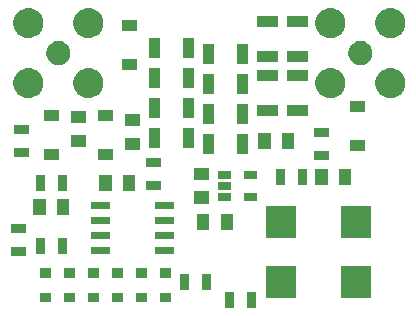
<source format=gts>
G04 #@! TF.GenerationSoftware,KiCad,Pcbnew,5.1.5+dfsg1-2*
G04 #@! TF.CreationDate,2020-03-14T19:30:30+01:00*
G04 #@! TF.ProjectId,BlinkySWR-0.2-S,426c696e-6b79-4535-9752-2d302e322d53,rev?*
G04 #@! TF.SameCoordinates,Original*
G04 #@! TF.FileFunction,Soldermask,Top*
G04 #@! TF.FilePolarity,Negative*
%FSLAX46Y46*%
G04 Gerber Fmt 4.6, Leading zero omitted, Abs format (unit mm)*
G04 Created by KiCad (PCBNEW 5.1.5+dfsg1-2) date 2020-03-14 19:30:30*
%MOMM*%
%LPD*%
G04 APERTURE LIST*
%ADD10C,0.100000*%
G04 APERTURE END LIST*
D10*
G36*
X28244000Y-10576000D02*
G01*
X27504000Y-10576000D01*
X27504000Y-9236000D01*
X28244000Y-9236000D01*
X28244000Y-10576000D01*
G37*
G36*
X26344000Y-10576000D02*
G01*
X25604000Y-10576000D01*
X25604000Y-9236000D01*
X26344000Y-9236000D01*
X26344000Y-10576000D01*
G37*
G36*
X16976000Y-10120000D02*
G01*
X16036000Y-10120000D01*
X16036000Y-9280000D01*
X16976000Y-9280000D01*
X16976000Y-10120000D01*
G37*
G36*
X14944000Y-10120000D02*
G01*
X14004000Y-10120000D01*
X14004000Y-9280000D01*
X14944000Y-9280000D01*
X14944000Y-10120000D01*
G37*
G36*
X10880000Y-10120000D02*
G01*
X9940000Y-10120000D01*
X9940000Y-9280000D01*
X10880000Y-9280000D01*
X10880000Y-10120000D01*
G37*
G36*
X12912000Y-10120000D02*
G01*
X11972000Y-10120000D01*
X11972000Y-9280000D01*
X12912000Y-9280000D01*
X12912000Y-10120000D01*
G37*
G36*
X19008000Y-10120000D02*
G01*
X18068000Y-10120000D01*
X18068000Y-9280000D01*
X19008000Y-9280000D01*
X19008000Y-10120000D01*
G37*
G36*
X21040000Y-10120000D02*
G01*
X20100000Y-10120000D01*
X20100000Y-9280000D01*
X21040000Y-9280000D01*
X21040000Y-10120000D01*
G37*
G36*
X31648000Y-9752000D02*
G01*
X29058000Y-9752000D01*
X29058000Y-7012000D01*
X31648000Y-7012000D01*
X31648000Y-9752000D01*
G37*
G36*
X37998000Y-9752000D02*
G01*
X35408000Y-9752000D01*
X35408000Y-7012000D01*
X37998000Y-7012000D01*
X37998000Y-9752000D01*
G37*
G36*
X22534000Y-9052000D02*
G01*
X21794000Y-9052000D01*
X21794000Y-7712000D01*
X22534000Y-7712000D01*
X22534000Y-9052000D01*
G37*
G36*
X24434000Y-9052000D02*
G01*
X23694000Y-9052000D01*
X23694000Y-7712000D01*
X24434000Y-7712000D01*
X24434000Y-9052000D01*
G37*
G36*
X12912000Y-8020000D02*
G01*
X11972000Y-8020000D01*
X11972000Y-7180000D01*
X12912000Y-7180000D01*
X12912000Y-8020000D01*
G37*
G36*
X14944000Y-8020000D02*
G01*
X14004000Y-8020000D01*
X14004000Y-7180000D01*
X14944000Y-7180000D01*
X14944000Y-8020000D01*
G37*
G36*
X21040000Y-8020000D02*
G01*
X20100000Y-8020000D01*
X20100000Y-7180000D01*
X21040000Y-7180000D01*
X21040000Y-8020000D01*
G37*
G36*
X10880000Y-8020000D02*
G01*
X9940000Y-8020000D01*
X9940000Y-7180000D01*
X10880000Y-7180000D01*
X10880000Y-8020000D01*
G37*
G36*
X19008000Y-8020000D02*
G01*
X18068000Y-8020000D01*
X18068000Y-7180000D01*
X19008000Y-7180000D01*
X19008000Y-8020000D01*
G37*
G36*
X16976000Y-8020000D02*
G01*
X16036000Y-8020000D01*
X16036000Y-7180000D01*
X16976000Y-7180000D01*
X16976000Y-8020000D01*
G37*
G36*
X8798000Y-6146000D02*
G01*
X7458000Y-6146000D01*
X7458000Y-5406000D01*
X8798000Y-5406000D01*
X8798000Y-6146000D01*
G37*
G36*
X21275000Y-6049000D02*
G01*
X19685000Y-6049000D01*
X19685000Y-5409000D01*
X21275000Y-5409000D01*
X21275000Y-6049000D01*
G37*
G36*
X15875000Y-6049000D02*
G01*
X14285000Y-6049000D01*
X14285000Y-5409000D01*
X15875000Y-5409000D01*
X15875000Y-6049000D01*
G37*
G36*
X10342000Y-6004000D02*
G01*
X9602000Y-6004000D01*
X9602000Y-4664000D01*
X10342000Y-4664000D01*
X10342000Y-6004000D01*
G37*
G36*
X12242000Y-6004000D02*
G01*
X11502000Y-6004000D01*
X11502000Y-4664000D01*
X12242000Y-4664000D01*
X12242000Y-6004000D01*
G37*
G36*
X15875000Y-4779000D02*
G01*
X14285000Y-4779000D01*
X14285000Y-4139000D01*
X15875000Y-4139000D01*
X15875000Y-4779000D01*
G37*
G36*
X21275000Y-4779000D02*
G01*
X19685000Y-4779000D01*
X19685000Y-4139000D01*
X21275000Y-4139000D01*
X21275000Y-4779000D01*
G37*
G36*
X31648000Y-4672000D02*
G01*
X29058000Y-4672000D01*
X29058000Y-1932000D01*
X31648000Y-1932000D01*
X31648000Y-4672000D01*
G37*
G36*
X37998000Y-4672000D02*
G01*
X35408000Y-4672000D01*
X35408000Y-1932000D01*
X37998000Y-1932000D01*
X37998000Y-4672000D01*
G37*
G36*
X8798000Y-4246000D02*
G01*
X7458000Y-4246000D01*
X7458000Y-3506000D01*
X8798000Y-3506000D01*
X8798000Y-4246000D01*
G37*
G36*
X26298000Y-3947000D02*
G01*
X25258000Y-3947000D01*
X25258000Y-2657000D01*
X26298000Y-2657000D01*
X26298000Y-3947000D01*
G37*
G36*
X24298000Y-3947000D02*
G01*
X23258000Y-3947000D01*
X23258000Y-2657000D01*
X24298000Y-2657000D01*
X24298000Y-3947000D01*
G37*
G36*
X15875000Y-3509000D02*
G01*
X14285000Y-3509000D01*
X14285000Y-2869000D01*
X15875000Y-2869000D01*
X15875000Y-3509000D01*
G37*
G36*
X21275000Y-3509000D02*
G01*
X19685000Y-3509000D01*
X19685000Y-2869000D01*
X21275000Y-2869000D01*
X21275000Y-3509000D01*
G37*
G36*
X10442000Y-2677000D02*
G01*
X9402000Y-2677000D01*
X9402000Y-1387000D01*
X10442000Y-1387000D01*
X10442000Y-2677000D01*
G37*
G36*
X12442000Y-2677000D02*
G01*
X11402000Y-2677000D01*
X11402000Y-1387000D01*
X12442000Y-1387000D01*
X12442000Y-2677000D01*
G37*
G36*
X15875000Y-2239000D02*
G01*
X14285000Y-2239000D01*
X14285000Y-1599000D01*
X15875000Y-1599000D01*
X15875000Y-2239000D01*
G37*
G36*
X21275000Y-2239000D02*
G01*
X19685000Y-2239000D01*
X19685000Y-1599000D01*
X21275000Y-1599000D01*
X21275000Y-2239000D01*
G37*
G36*
X24271000Y-1760000D02*
G01*
X22981000Y-1760000D01*
X22981000Y-720000D01*
X24271000Y-720000D01*
X24271000Y-1760000D01*
G37*
G36*
X26124000Y-1535000D02*
G01*
X25024000Y-1535000D01*
X25024000Y-845000D01*
X26124000Y-845000D01*
X26124000Y-1535000D01*
G37*
G36*
X28324000Y-1535000D02*
G01*
X27224000Y-1535000D01*
X27224000Y-845000D01*
X28324000Y-845000D01*
X28324000Y-1535000D01*
G37*
G36*
X10342000Y-670000D02*
G01*
X9602000Y-670000D01*
X9602000Y670000D01*
X10342000Y670000D01*
X10342000Y-670000D01*
G37*
G36*
X12242000Y-670000D02*
G01*
X11502000Y-670000D01*
X11502000Y670000D01*
X12242000Y670000D01*
X12242000Y-670000D01*
G37*
G36*
X18030000Y-645000D02*
G01*
X16990000Y-645000D01*
X16990000Y645000D01*
X18030000Y645000D01*
X18030000Y-645000D01*
G37*
G36*
X16030000Y-645000D02*
G01*
X14990000Y-645000D01*
X14990000Y645000D01*
X16030000Y645000D01*
X16030000Y-645000D01*
G37*
G36*
X26124000Y-585000D02*
G01*
X25024000Y-585000D01*
X25024000Y105000D01*
X26124000Y105000D01*
X26124000Y-585000D01*
G37*
G36*
X20228000Y-558000D02*
G01*
X18888000Y-558000D01*
X18888000Y182000D01*
X20228000Y182000D01*
X20228000Y-558000D01*
G37*
G36*
X32562000Y-162000D02*
G01*
X31822000Y-162000D01*
X31822000Y1178000D01*
X32562000Y1178000D01*
X32562000Y-162000D01*
G37*
G36*
X30662000Y-162000D02*
G01*
X29922000Y-162000D01*
X29922000Y1178000D01*
X30662000Y1178000D01*
X30662000Y-162000D01*
G37*
G36*
X36318000Y-137000D02*
G01*
X35278000Y-137000D01*
X35278000Y1153000D01*
X36318000Y1153000D01*
X36318000Y-137000D01*
G37*
G36*
X34318000Y-137000D02*
G01*
X33278000Y-137000D01*
X33278000Y1153000D01*
X34318000Y1153000D01*
X34318000Y-137000D01*
G37*
G36*
X24271000Y240000D02*
G01*
X22981000Y240000D01*
X22981000Y1280000D01*
X24271000Y1280000D01*
X24271000Y240000D01*
G37*
G36*
X28324000Y365000D02*
G01*
X27224000Y365000D01*
X27224000Y1055000D01*
X28324000Y1055000D01*
X28324000Y365000D01*
G37*
G36*
X26124000Y365000D02*
G01*
X25024000Y365000D01*
X25024000Y1055000D01*
X26124000Y1055000D01*
X26124000Y365000D01*
G37*
G36*
X20228000Y1342000D02*
G01*
X18888000Y1342000D01*
X18888000Y2082000D01*
X20228000Y2082000D01*
X20228000Y1342000D01*
G37*
G36*
X11552000Y1954000D02*
G01*
X10292000Y1954000D01*
X10292000Y2904000D01*
X11552000Y2904000D01*
X11552000Y1954000D01*
G37*
G36*
X16124000Y1954000D02*
G01*
X14864000Y1954000D01*
X14864000Y2904000D01*
X16124000Y2904000D01*
X16124000Y1954000D01*
G37*
G36*
X34452000Y1982000D02*
G01*
X33112000Y1982000D01*
X33112000Y2722000D01*
X34452000Y2722000D01*
X34452000Y1982000D01*
G37*
G36*
X9052000Y2236000D02*
G01*
X7712000Y2236000D01*
X7712000Y2976000D01*
X9052000Y2976000D01*
X9052000Y2236000D01*
G37*
G36*
X27574000Y2432000D02*
G01*
X26634000Y2432000D01*
X26634000Y4172000D01*
X27574000Y4172000D01*
X27574000Y2432000D01*
G37*
G36*
X24674000Y2432000D02*
G01*
X23734000Y2432000D01*
X23734000Y4172000D01*
X24674000Y4172000D01*
X24674000Y2432000D01*
G37*
G36*
X37460000Y2716000D02*
G01*
X36200000Y2716000D01*
X36200000Y3666000D01*
X37460000Y3666000D01*
X37460000Y2716000D01*
G37*
G36*
X18425000Y2798000D02*
G01*
X17135000Y2798000D01*
X17135000Y3838000D01*
X18425000Y3838000D01*
X18425000Y2798000D01*
G37*
G36*
X31492000Y2911000D02*
G01*
X30452000Y2911000D01*
X30452000Y4201000D01*
X31492000Y4201000D01*
X31492000Y2911000D01*
G37*
G36*
X29492000Y2911000D02*
G01*
X28452000Y2911000D01*
X28452000Y4201000D01*
X29492000Y4201000D01*
X29492000Y2911000D01*
G37*
G36*
X20102000Y2940000D02*
G01*
X19162000Y2940000D01*
X19162000Y4680000D01*
X20102000Y4680000D01*
X20102000Y2940000D01*
G37*
G36*
X23002000Y2940000D02*
G01*
X22062000Y2940000D01*
X22062000Y4680000D01*
X23002000Y4680000D01*
X23002000Y2940000D01*
G37*
G36*
X13853000Y3052000D02*
G01*
X12563000Y3052000D01*
X12563000Y4092000D01*
X13853000Y4092000D01*
X13853000Y3052000D01*
G37*
G36*
X34452000Y3882000D02*
G01*
X33112000Y3882000D01*
X33112000Y4622000D01*
X34452000Y4622000D01*
X34452000Y3882000D01*
G37*
G36*
X9052000Y4136000D02*
G01*
X7712000Y4136000D01*
X7712000Y4876000D01*
X9052000Y4876000D01*
X9052000Y4136000D01*
G37*
G36*
X18425000Y4798000D02*
G01*
X17135000Y4798000D01*
X17135000Y5838000D01*
X18425000Y5838000D01*
X18425000Y4798000D01*
G37*
G36*
X24674000Y4972000D02*
G01*
X23734000Y4972000D01*
X23734000Y6712000D01*
X24674000Y6712000D01*
X24674000Y4972000D01*
G37*
G36*
X27574000Y4972000D02*
G01*
X26634000Y4972000D01*
X26634000Y6712000D01*
X27574000Y6712000D01*
X27574000Y4972000D01*
G37*
G36*
X13853000Y5052000D02*
G01*
X12563000Y5052000D01*
X12563000Y6092000D01*
X13853000Y6092000D01*
X13853000Y5052000D01*
G37*
G36*
X16124000Y5224000D02*
G01*
X14864000Y5224000D01*
X14864000Y6174000D01*
X16124000Y6174000D01*
X16124000Y5224000D01*
G37*
G36*
X11552000Y5224000D02*
G01*
X10292000Y5224000D01*
X10292000Y6174000D01*
X11552000Y6174000D01*
X11552000Y5224000D01*
G37*
G36*
X23002000Y5480000D02*
G01*
X22062000Y5480000D01*
X22062000Y7220000D01*
X23002000Y7220000D01*
X23002000Y5480000D01*
G37*
G36*
X20102000Y5480000D02*
G01*
X19162000Y5480000D01*
X19162000Y7220000D01*
X20102000Y7220000D01*
X20102000Y5480000D01*
G37*
G36*
X32620000Y5700000D02*
G01*
X30880000Y5700000D01*
X30880000Y6640000D01*
X32620000Y6640000D01*
X32620000Y5700000D01*
G37*
G36*
X30080000Y5700000D02*
G01*
X28340000Y5700000D01*
X28340000Y6640000D01*
X30080000Y6640000D01*
X30080000Y5700000D01*
G37*
G36*
X37460000Y5986000D02*
G01*
X36200000Y5986000D01*
X36200000Y6936000D01*
X37460000Y6936000D01*
X37460000Y5986000D01*
G37*
G36*
X34791764Y9705598D02*
G01*
X34914445Y9681195D01*
X35145571Y9585459D01*
X35213605Y9540000D01*
X35353577Y9446474D01*
X35530474Y9269577D01*
X35599495Y9166279D01*
X35669459Y9061571D01*
X35765195Y8830445D01*
X35814000Y8585084D01*
X35814000Y8334916D01*
X35765195Y8089555D01*
X35669459Y7858429D01*
X35530473Y7650422D01*
X35353578Y7473527D01*
X35145571Y7334541D01*
X34914445Y7238805D01*
X34819905Y7220000D01*
X34669085Y7190000D01*
X34418915Y7190000D01*
X34268095Y7220000D01*
X34173555Y7238805D01*
X33942429Y7334541D01*
X33734422Y7473527D01*
X33557527Y7650422D01*
X33418541Y7858429D01*
X33322805Y8089555D01*
X33274000Y8334916D01*
X33274000Y8585084D01*
X33322805Y8830445D01*
X33418541Y9061571D01*
X33488505Y9166279D01*
X33557526Y9269577D01*
X33734423Y9446474D01*
X33874395Y9540000D01*
X33942429Y9585459D01*
X34173555Y9681195D01*
X34296235Y9705597D01*
X34418915Y9730000D01*
X34669085Y9730000D01*
X34791764Y9705598D01*
G37*
G36*
X9207765Y9705597D02*
G01*
X9330445Y9681195D01*
X9561571Y9585459D01*
X9629605Y9540000D01*
X9769577Y9446474D01*
X9946474Y9269577D01*
X10015495Y9166279D01*
X10085459Y9061571D01*
X10181195Y8830445D01*
X10230000Y8585084D01*
X10230000Y8334916D01*
X10181195Y8089555D01*
X10085459Y7858429D01*
X9946473Y7650422D01*
X9769578Y7473527D01*
X9561571Y7334541D01*
X9330445Y7238805D01*
X9235905Y7220000D01*
X9085085Y7190000D01*
X8834915Y7190000D01*
X8684095Y7220000D01*
X8589555Y7238805D01*
X8358429Y7334541D01*
X8150422Y7473527D01*
X7973527Y7650422D01*
X7834541Y7858429D01*
X7738805Y8089555D01*
X7690000Y8334916D01*
X7690000Y8585084D01*
X7738805Y8830445D01*
X7834541Y9061571D01*
X7904505Y9166279D01*
X7973526Y9269577D01*
X8150423Y9446474D01*
X8290395Y9540000D01*
X8358429Y9585459D01*
X8589555Y9681195D01*
X8712235Y9705597D01*
X8834915Y9730000D01*
X9085085Y9730000D01*
X9207765Y9705597D01*
G37*
G36*
X39871764Y9705598D02*
G01*
X39994445Y9681195D01*
X40225571Y9585459D01*
X40293605Y9540000D01*
X40433577Y9446474D01*
X40610474Y9269577D01*
X40679495Y9166279D01*
X40749459Y9061571D01*
X40845195Y8830445D01*
X40894000Y8585084D01*
X40894000Y8334916D01*
X40845195Y8089555D01*
X40749459Y7858429D01*
X40610473Y7650422D01*
X40433578Y7473527D01*
X40225571Y7334541D01*
X39994445Y7238805D01*
X39899905Y7220000D01*
X39749085Y7190000D01*
X39498915Y7190000D01*
X39348095Y7220000D01*
X39253555Y7238805D01*
X39022429Y7334541D01*
X38814422Y7473527D01*
X38637527Y7650422D01*
X38498541Y7858429D01*
X38402805Y8089555D01*
X38354000Y8334916D01*
X38354000Y8585084D01*
X38402805Y8830445D01*
X38498541Y9061571D01*
X38568505Y9166279D01*
X38637526Y9269577D01*
X38814423Y9446474D01*
X38954395Y9540000D01*
X39022429Y9585459D01*
X39253555Y9681195D01*
X39376235Y9705597D01*
X39498915Y9730000D01*
X39749085Y9730000D01*
X39871764Y9705598D01*
G37*
G36*
X14287765Y9705597D02*
G01*
X14410445Y9681195D01*
X14641571Y9585459D01*
X14709605Y9540000D01*
X14849577Y9446474D01*
X15026474Y9269577D01*
X15095495Y9166279D01*
X15165459Y9061571D01*
X15261195Y8830445D01*
X15310000Y8585084D01*
X15310000Y8334916D01*
X15261195Y8089555D01*
X15165459Y7858429D01*
X15026473Y7650422D01*
X14849578Y7473527D01*
X14641571Y7334541D01*
X14410445Y7238805D01*
X14315905Y7220000D01*
X14165085Y7190000D01*
X13914915Y7190000D01*
X13764095Y7220000D01*
X13669555Y7238805D01*
X13438429Y7334541D01*
X13230422Y7473527D01*
X13053527Y7650422D01*
X12914541Y7858429D01*
X12818805Y8089555D01*
X12770000Y8334916D01*
X12770000Y8585084D01*
X12818805Y8830445D01*
X12914541Y9061571D01*
X12984505Y9166279D01*
X13053526Y9269577D01*
X13230423Y9446474D01*
X13370395Y9540000D01*
X13438429Y9585459D01*
X13669555Y9681195D01*
X13792235Y9705597D01*
X13914915Y9730000D01*
X14165085Y9730000D01*
X14287765Y9705597D01*
G37*
G36*
X27574000Y7512000D02*
G01*
X26634000Y7512000D01*
X26634000Y9252000D01*
X27574000Y9252000D01*
X27574000Y7512000D01*
G37*
G36*
X24674000Y7512000D02*
G01*
X23734000Y7512000D01*
X23734000Y9252000D01*
X24674000Y9252000D01*
X24674000Y7512000D01*
G37*
G36*
X23002000Y8020000D02*
G01*
X22062000Y8020000D01*
X22062000Y9760000D01*
X23002000Y9760000D01*
X23002000Y8020000D01*
G37*
G36*
X20102000Y8020000D02*
G01*
X19162000Y8020000D01*
X19162000Y9760000D01*
X20102000Y9760000D01*
X20102000Y8020000D01*
G37*
G36*
X32620000Y8600000D02*
G01*
X30880000Y8600000D01*
X30880000Y9540000D01*
X32620000Y9540000D01*
X32620000Y8600000D01*
G37*
G36*
X30080000Y8600000D02*
G01*
X28340000Y8600000D01*
X28340000Y9540000D01*
X30080000Y9540000D01*
X30080000Y8600000D01*
G37*
G36*
X18156000Y9574000D02*
G01*
X16896000Y9574000D01*
X16896000Y10524000D01*
X18156000Y10524000D01*
X18156000Y9574000D01*
G37*
G36*
X11731836Y11993868D02*
G01*
X11797523Y11980802D01*
X11983151Y11903912D01*
X12150212Y11792285D01*
X12292285Y11650212D01*
X12403912Y11483151D01*
X12480802Y11297523D01*
X12520000Y11100461D01*
X12520000Y10899539D01*
X12480802Y10702477D01*
X12403912Y10516849D01*
X12292285Y10349788D01*
X12150212Y10207715D01*
X11983151Y10096088D01*
X11797523Y10019198D01*
X11731836Y10006132D01*
X11600463Y9980000D01*
X11399537Y9980000D01*
X11268164Y10006132D01*
X11202477Y10019198D01*
X11016849Y10096088D01*
X10849788Y10207715D01*
X10707715Y10349788D01*
X10596088Y10516849D01*
X10519198Y10702477D01*
X10480000Y10899539D01*
X10480000Y11100461D01*
X10519198Y11297523D01*
X10596088Y11483151D01*
X10707715Y11650212D01*
X10849788Y11792285D01*
X11016849Y11903912D01*
X11202477Y11980802D01*
X11268164Y11993868D01*
X11399537Y12020000D01*
X11600463Y12020000D01*
X11731836Y11993868D01*
G37*
G36*
X37315836Y11993868D02*
G01*
X37381523Y11980802D01*
X37567151Y11903912D01*
X37734212Y11792285D01*
X37876285Y11650212D01*
X37987912Y11483151D01*
X38064802Y11297523D01*
X38104000Y11100461D01*
X38104000Y10899539D01*
X38064802Y10702477D01*
X37987912Y10516849D01*
X37876285Y10349788D01*
X37734212Y10207715D01*
X37567151Y10096088D01*
X37381523Y10019198D01*
X37315836Y10006132D01*
X37184463Y9980000D01*
X36983537Y9980000D01*
X36852164Y10006132D01*
X36786477Y10019198D01*
X36600849Y10096088D01*
X36433788Y10207715D01*
X36291715Y10349788D01*
X36180088Y10516849D01*
X36103198Y10702477D01*
X36064000Y10899539D01*
X36064000Y11100461D01*
X36103198Y11297523D01*
X36180088Y11483151D01*
X36291715Y11650212D01*
X36433788Y11792285D01*
X36600849Y11903912D01*
X36786477Y11980802D01*
X36852164Y11993868D01*
X36983537Y12020000D01*
X37184463Y12020000D01*
X37315836Y11993868D01*
G37*
G36*
X27574000Y10052000D02*
G01*
X26634000Y10052000D01*
X26634000Y11792000D01*
X27574000Y11792000D01*
X27574000Y10052000D01*
G37*
G36*
X24674000Y10052000D02*
G01*
X23734000Y10052000D01*
X23734000Y11792000D01*
X24674000Y11792000D01*
X24674000Y10052000D01*
G37*
G36*
X30080000Y10272000D02*
G01*
X28340000Y10272000D01*
X28340000Y11212000D01*
X30080000Y11212000D01*
X30080000Y10272000D01*
G37*
G36*
X32620000Y10272000D02*
G01*
X30880000Y10272000D01*
X30880000Y11212000D01*
X32620000Y11212000D01*
X32620000Y10272000D01*
G37*
G36*
X20102000Y10560000D02*
G01*
X19162000Y10560000D01*
X19162000Y12300000D01*
X20102000Y12300000D01*
X20102000Y10560000D01*
G37*
G36*
X23002000Y10560000D02*
G01*
X22062000Y10560000D01*
X22062000Y12300000D01*
X23002000Y12300000D01*
X23002000Y10560000D01*
G37*
G36*
X14287765Y14785597D02*
G01*
X14410445Y14761195D01*
X14641571Y14665459D01*
X14849578Y14526473D01*
X15026473Y14349578D01*
X15165459Y14141571D01*
X15261195Y13910445D01*
X15310000Y13665084D01*
X15310000Y13414916D01*
X15261195Y13169555D01*
X15165459Y12938429D01*
X15026473Y12730422D01*
X14849578Y12553527D01*
X14641571Y12414541D01*
X14410445Y12318805D01*
X14315905Y12300000D01*
X14165085Y12270000D01*
X13914915Y12270000D01*
X13764095Y12300000D01*
X13669555Y12318805D01*
X13438429Y12414541D01*
X13230422Y12553527D01*
X13053527Y12730422D01*
X12914541Y12938429D01*
X12818805Y13169555D01*
X12770000Y13414916D01*
X12770000Y13665084D01*
X12818805Y13910445D01*
X12914541Y14141571D01*
X13053527Y14349578D01*
X13230422Y14526473D01*
X13438429Y14665459D01*
X13669555Y14761195D01*
X13792235Y14785597D01*
X13914915Y14810000D01*
X14165085Y14810000D01*
X14287765Y14785597D01*
G37*
G36*
X9207765Y14785597D02*
G01*
X9330445Y14761195D01*
X9561571Y14665459D01*
X9769578Y14526473D01*
X9946473Y14349578D01*
X10085459Y14141571D01*
X10181195Y13910445D01*
X10230000Y13665084D01*
X10230000Y13414916D01*
X10181195Y13169555D01*
X10085459Y12938429D01*
X9946473Y12730422D01*
X9769578Y12553527D01*
X9561571Y12414541D01*
X9330445Y12318805D01*
X9235905Y12300000D01*
X9085085Y12270000D01*
X8834915Y12270000D01*
X8684095Y12300000D01*
X8589555Y12318805D01*
X8358429Y12414541D01*
X8150422Y12553527D01*
X7973527Y12730422D01*
X7834541Y12938429D01*
X7738805Y13169555D01*
X7690000Y13414916D01*
X7690000Y13665084D01*
X7738805Y13910445D01*
X7834541Y14141571D01*
X7973527Y14349578D01*
X8150422Y14526473D01*
X8358429Y14665459D01*
X8589555Y14761195D01*
X8712235Y14785597D01*
X8834915Y14810000D01*
X9085085Y14810000D01*
X9207765Y14785597D01*
G37*
G36*
X34791765Y14785597D02*
G01*
X34914445Y14761195D01*
X35145571Y14665459D01*
X35353578Y14526473D01*
X35530473Y14349578D01*
X35669459Y14141571D01*
X35765195Y13910445D01*
X35814000Y13665084D01*
X35814000Y13414916D01*
X35765195Y13169555D01*
X35669459Y12938429D01*
X35530473Y12730422D01*
X35353578Y12553527D01*
X35145571Y12414541D01*
X34914445Y12318805D01*
X34819905Y12300000D01*
X34669085Y12270000D01*
X34418915Y12270000D01*
X34268095Y12300000D01*
X34173555Y12318805D01*
X33942429Y12414541D01*
X33734422Y12553527D01*
X33557527Y12730422D01*
X33418541Y12938429D01*
X33322805Y13169555D01*
X33274000Y13414916D01*
X33274000Y13665084D01*
X33322805Y13910445D01*
X33418541Y14141571D01*
X33557527Y14349578D01*
X33734422Y14526473D01*
X33942429Y14665459D01*
X34173555Y14761195D01*
X34296235Y14785597D01*
X34418915Y14810000D01*
X34669085Y14810000D01*
X34791765Y14785597D01*
G37*
G36*
X39871765Y14785597D02*
G01*
X39994445Y14761195D01*
X40225571Y14665459D01*
X40433578Y14526473D01*
X40610473Y14349578D01*
X40749459Y14141571D01*
X40845195Y13910445D01*
X40894000Y13665084D01*
X40894000Y13414916D01*
X40845195Y13169555D01*
X40749459Y12938429D01*
X40610473Y12730422D01*
X40433578Y12553527D01*
X40225571Y12414541D01*
X39994445Y12318805D01*
X39899905Y12300000D01*
X39749085Y12270000D01*
X39498915Y12270000D01*
X39348095Y12300000D01*
X39253555Y12318805D01*
X39022429Y12414541D01*
X38814422Y12553527D01*
X38637527Y12730422D01*
X38498541Y12938429D01*
X38402805Y13169555D01*
X38354000Y13414916D01*
X38354000Y13665084D01*
X38402805Y13910445D01*
X38498541Y14141571D01*
X38637527Y14349578D01*
X38814422Y14526473D01*
X39022429Y14665459D01*
X39253555Y14761195D01*
X39376235Y14785597D01*
X39498915Y14810000D01*
X39749085Y14810000D01*
X39871765Y14785597D01*
G37*
G36*
X18156000Y12844000D02*
G01*
X16896000Y12844000D01*
X16896000Y13794000D01*
X18156000Y13794000D01*
X18156000Y12844000D01*
G37*
G36*
X32620000Y13172000D02*
G01*
X30880000Y13172000D01*
X30880000Y14112000D01*
X32620000Y14112000D01*
X32620000Y13172000D01*
G37*
G36*
X30080000Y13172000D02*
G01*
X28340000Y13172000D01*
X28340000Y14112000D01*
X30080000Y14112000D01*
X30080000Y13172000D01*
G37*
M02*

</source>
